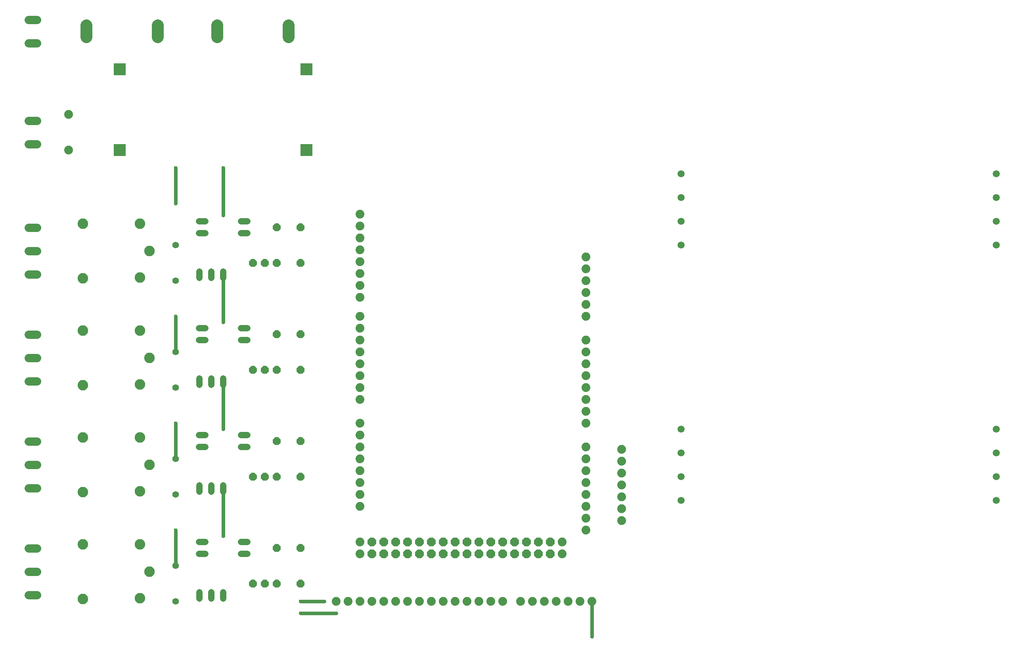
<source format=gbr>
G04 EAGLE Gerber RS-274X export*
G75*
%MOMM*%
%FSLAX34Y34*%
%LPD*%
%INTop Copper*%
%IPPOS*%
%AMOC8*
5,1,8,0,0,1.08239X$1,22.5*%
G01*
%ADD10C,1.879600*%
%ADD11C,1.408000*%
%ADD12C,1.790700*%
%ADD13C,2.540000*%
%ADD14C,2.250000*%
%ADD15P,1.814519X8X22.500000*%
%ADD16C,1.320800*%
%ADD17P,1.814519X8X112.500000*%
%ADD18P,1.814519X8X292.500000*%
%ADD19R,2.500000X2.500000*%
%ADD20C,1.508000*%
%ADD21P,2.034460X8X202.500000*%
%ADD22P,0.818720X8X22.500000*%
%ADD23C,0.762000*%
%ADD24C,0.756400*%


D10*
X1155700Y127000D03*
X1181100Y127000D03*
X1206500Y127000D03*
X1231900Y127000D03*
X1257300Y127000D03*
X1282700Y127000D03*
X1308100Y127000D03*
D11*
X419100Y584200D03*
X419100Y660400D03*
X419100Y812800D03*
X419100Y889000D03*
X419100Y355600D03*
X419100Y431800D03*
X419100Y127000D03*
X419100Y203200D03*
D12*
X123054Y697700D02*
X105147Y697700D01*
X105147Y647700D02*
X123054Y647700D01*
X123054Y597700D02*
X105147Y597700D01*
D13*
X228600Y1333500D02*
X228600Y1358900D01*
X381000Y1358900D02*
X381000Y1333500D01*
X508000Y1333500D02*
X508000Y1358900D01*
X660400Y1358900D02*
X660400Y1333500D01*
D14*
X220980Y934720D03*
X220980Y817880D03*
X342900Y819700D03*
X342900Y934720D03*
X363220Y876300D03*
X220980Y706120D03*
X220980Y589280D03*
X342900Y591100D03*
X342900Y706120D03*
X363220Y647700D03*
X220980Y477520D03*
X220980Y360680D03*
X342900Y362500D03*
X342900Y477520D03*
X363220Y419100D03*
X220980Y248920D03*
X220980Y132080D03*
X342900Y133900D03*
X342900Y248920D03*
X363220Y190500D03*
D15*
X584200Y850900D03*
X609600Y850900D03*
X584200Y622300D03*
X609600Y622300D03*
X584200Y393700D03*
X609600Y393700D03*
X584200Y165100D03*
X609600Y165100D03*
D16*
X482600Y711200D02*
X469392Y711200D01*
X469392Y685800D02*
X482600Y685800D01*
X558800Y685800D02*
X572008Y685800D01*
X572008Y711200D02*
X558800Y711200D01*
X482600Y939800D02*
X469392Y939800D01*
X469392Y914400D02*
X482600Y914400D01*
X558800Y914400D02*
X572008Y914400D01*
X572008Y939800D02*
X558800Y939800D01*
X482600Y482600D02*
X469392Y482600D01*
X469392Y457200D02*
X482600Y457200D01*
X558800Y457200D02*
X572008Y457200D01*
X572008Y482600D02*
X558800Y482600D01*
X482600Y254000D02*
X469392Y254000D01*
X469392Y228600D02*
X482600Y228600D01*
X558800Y228600D02*
X572008Y228600D01*
X572008Y254000D02*
X558800Y254000D01*
D12*
X123054Y926300D02*
X105147Y926300D01*
X105147Y876300D02*
X123054Y876300D01*
X123054Y826300D02*
X105147Y826300D01*
D16*
X469900Y603504D02*
X469900Y590296D01*
X520700Y590296D02*
X520700Y603504D01*
X495300Y603504D02*
X495300Y590296D01*
X469900Y818896D02*
X469900Y832104D01*
X520700Y832104D02*
X520700Y818896D01*
X495300Y818896D02*
X495300Y832104D01*
X469900Y374904D02*
X469900Y361696D01*
X520700Y361696D02*
X520700Y374904D01*
X495300Y374904D02*
X495300Y361696D01*
X469900Y146304D02*
X469900Y133096D01*
X520700Y133096D02*
X520700Y146304D01*
X495300Y146304D02*
X495300Y133096D01*
D17*
X685800Y393700D03*
X685800Y469900D03*
D18*
X635000Y241300D03*
X635000Y165100D03*
X635000Y469900D03*
X635000Y393700D03*
D17*
X685800Y622300D03*
X685800Y698500D03*
D10*
X190500Y1168400D03*
X190500Y1092200D03*
D17*
X685800Y165100D03*
X685800Y241300D03*
D18*
X635000Y698500D03*
X635000Y622300D03*
D17*
X685800Y850900D03*
X685800Y927100D03*
D18*
X635000Y927100D03*
X635000Y850900D03*
D10*
X1371600Y299720D03*
X1371600Y325120D03*
X1371600Y350520D03*
X1371600Y375920D03*
X1371600Y401320D03*
X1371600Y426720D03*
X1371600Y452120D03*
D12*
X123054Y469100D02*
X105147Y469100D01*
X105147Y419100D02*
X123054Y419100D01*
X123054Y369100D02*
X105147Y369100D01*
X105347Y1155300D02*
X123254Y1155300D01*
X123254Y1105300D02*
X105347Y1105300D01*
X105147Y240500D02*
X123054Y240500D01*
X123054Y190500D02*
X105147Y190500D01*
X105147Y140500D02*
X123054Y140500D01*
D19*
X299720Y1264920D03*
X299720Y1092200D03*
X698500Y1092200D03*
X698500Y1264920D03*
D20*
X2171700Y495300D03*
X2171700Y444500D03*
X2171700Y393700D03*
X2171700Y342900D03*
X1498600Y495300D03*
X1498600Y444500D03*
X1498600Y393700D03*
X1498600Y342900D03*
X2171700Y1041400D03*
X2171700Y990600D03*
X2171700Y939800D03*
X2171700Y889000D03*
X1498600Y1041400D03*
X1498600Y990600D03*
X1498600Y939800D03*
X1498600Y889000D03*
D10*
X1295400Y431800D03*
X1295400Y406400D03*
X1295400Y381000D03*
X1295400Y355600D03*
X1295400Y330200D03*
X1295400Y304800D03*
X1295400Y279400D03*
X1295400Y457200D03*
X812800Y482600D03*
X812800Y457200D03*
X812800Y431800D03*
X812800Y406400D03*
X812800Y381000D03*
X812800Y355600D03*
X812800Y330200D03*
X812800Y508000D03*
X1295400Y660400D03*
X1295400Y635000D03*
X1295400Y609600D03*
X1295400Y584200D03*
X1295400Y558800D03*
X1295400Y533400D03*
X1295400Y508000D03*
X1295400Y685800D03*
X812800Y711200D03*
X812800Y685800D03*
X812800Y660400D03*
X812800Y635000D03*
X812800Y609600D03*
X812800Y584200D03*
X812800Y558800D03*
X812800Y736600D03*
X812800Y929640D03*
X812800Y904240D03*
X812800Y878840D03*
X812800Y853440D03*
X812800Y828040D03*
X812800Y802640D03*
X812800Y777240D03*
X812800Y955040D03*
D21*
X1016000Y228600D03*
X1016000Y254000D03*
X990600Y228600D03*
X990600Y254000D03*
X965200Y228600D03*
X965200Y254000D03*
X939800Y228600D03*
X939800Y254000D03*
X914400Y228600D03*
X914400Y254000D03*
X889000Y228600D03*
X889000Y254000D03*
X863600Y228600D03*
X863600Y254000D03*
X838200Y228600D03*
X838200Y254000D03*
X1219200Y228600D03*
X1219200Y254000D03*
X1193800Y228600D03*
X1193800Y254000D03*
X1168400Y228600D03*
X1168400Y254000D03*
X1143000Y228600D03*
X1143000Y254000D03*
X1117600Y228600D03*
X1117600Y254000D03*
X1092200Y228600D03*
X1092200Y254000D03*
X1066800Y228600D03*
X1066800Y254000D03*
X1041400Y228600D03*
X1041400Y254000D03*
D10*
X1244600Y254000D03*
X1244600Y228600D03*
X812800Y254000D03*
X812800Y228600D03*
X1295400Y863600D03*
X1295400Y838200D03*
X1295400Y812800D03*
X1295400Y787400D03*
X1295400Y762000D03*
X1295400Y736600D03*
D12*
X123254Y1371200D02*
X105347Y1371200D01*
X105347Y1321200D02*
X123254Y1321200D01*
D10*
X762000Y127000D03*
X787400Y127000D03*
X812800Y127000D03*
X838200Y127000D03*
X863600Y127000D03*
X889000Y127000D03*
X914400Y127000D03*
X939800Y127000D03*
X965200Y127000D03*
X990600Y127000D03*
X1016000Y127000D03*
X1041400Y127000D03*
X1066800Y127000D03*
X1092200Y127000D03*
X1117600Y127000D03*
D22*
X520700Y266700D03*
D23*
X520700Y368300D01*
D22*
X520700Y495300D03*
D23*
X520700Y596900D01*
D22*
X520700Y723900D03*
X520700Y952500D03*
D23*
X520700Y825500D02*
X520700Y723900D01*
D22*
X520700Y1054100D03*
D23*
X520700Y952500D01*
D22*
X419100Y977900D03*
D23*
X419100Y1054100D01*
D22*
X419100Y1054100D03*
X685800Y127000D03*
D23*
X736600Y127000D01*
D22*
X736600Y127000D03*
X419100Y279400D03*
D23*
X419100Y203200D01*
D22*
X419100Y736600D03*
D23*
X419100Y660400D01*
D22*
X419100Y508000D03*
D23*
X419100Y431800D01*
X685800Y101600D02*
X762000Y101600D01*
D22*
X762000Y101600D03*
D24*
X685800Y101600D03*
D22*
X1308100Y52042D03*
D23*
X1308100Y127000D01*
M02*

</source>
